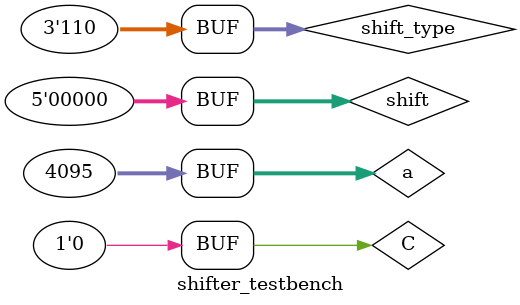
<source format=v>
module shifter
(shift_type, //bits 654 of instruction (specifies address, not actual register)
a, //Rm: bits 3210
shift, //amount to shift by: bits 11
b, //shifted Rm
carry
);
input wire [2:0] shift_type; //bits 654 of instruction (specifies address, not actual register)
input wire signed [31:0] a;//Rm: bits 3210
input wire [4:0] shift; //amount to shift by: bits 11
output reg signed [31:0] b; //shifted Rm
output reg carry;

always @* begin
	case (shift_type)
	3'b000: begin //logical shift left by immediate
		if (shift == 0) begin
			b = a;
			carry = 1'b0;
		end else begin
			b = a << shift;
			carry = a[32 - shift];
		end
	end
	3'b010: begin //logical shift right by immediate
		if (shift == 0) begin //shift by 32: output is 0
			b = 0;
			carry = a[31];
		end else begin
			b = a >> shift;
			carry = a[shift - 1];
		end
	end
	3'b100: begin //arithmetic shift right by immediate
		if (shift == 0) begin
			if (a[31] == 0) begin
				b = 0;
				carry = a[31];
			end else begin
				b = 32'hFFFFFFFF;
				carry = a[31];
			end
		end else begin
			b = a >>> shift;
			carry = a[shift - 1];
		end
	end
	3'b110: begin //rotate right by immediate
		if (shift == 0) begin
			b = a >> 1'b1;
			carry = a[0];
		end else begin
		case (shift)
			5'b00001: b = {a[0], a[31:1]};
			5'b00010: b = {a[1:0], a[31:2]};
			5'b00011: b = {a[2:0], a[31:3]};
			5'b00100: b = {a[3:0], a[31:4]};
			5'b00101: b = {a[4:0], a[31:5]}; //5
			5'b00110: b = {a[5:0], a[31:6]};
			5'b00111: b = {a[6:0], a[31:7]};
			5'b01000: b = {a[7:0], a[31:8]};
			5'b01001: b = {a[8:0], a[31:9]};
			5'b01010: b = {a[9:0], a[31:10]}; //10
			5'b01011: b = {a[10:0], a[31:11]};
			5'b01100: b = {a[11:0], a[31:12]};
			5'b01101: b = {a[12:0], a[31:13]};
			5'b01110: b = {a[13:0], a[31:14]};
			5'b01111: b = {a[14:0], a[31:15]}; //15
			5'b10000: b = {a[15:0], a[31:16]};
			5'b10001: b = {a[16:0], a[31:17]};
			5'b10010: b = {a[17:0], a[31:18]};
			5'b10011: b = {a[18:0], a[31:19]};
			5'b10100: b = {a[19:0], a[31:20]}; //20
			5'b10101: b = {a[20:0], a[31:21]};
			5'b10110: b = {a[21:0], a[31:22]};
			5'b10111: b = {a[22:0], a[31:23]};
			5'b11000: b = {a[23:0], a[31:24]};
			5'b11001: b = {a[24:0], a[31:25]}; //25
			5'b11010: b = {a[25:0], a[31:26]};
			5'b11011: b = {a[26:0], a[31:27]};
			5'b11100: b = {a[27:0], a[31:28]};
			5'b11101: b = {a[28:0], a[31:29]};
			5'b11110: b = {a[29:0], a[31:30]}; //30
			5'b11111: b = {a[30:0], a[31]};
			endcase
			carry <= a[shift - 1];
		end
	end
	default: b <= a;
	endcase
end
endmodule

module shifter_testbench();
// Inputs
reg [2:0] shift_type;
reg [31:0] a;
reg [4:0] shift;
reg C;

// Outputs
wire [31:0] b;
wire carry;

shifter dut (
  .shift_type(shift_type),
  .a(a),
  .shift(shift),
  .C(C),
  .b(b),
  .carry(carry)
);

initial begin
	//shift left by immediate
	shift_type <= 3'b000; a <= 32'hFFFFFFFF; shift <= 5'b00001; C <= 0; #10;
	shift <= 5'b11111; #10;
	shift <= 5'b00000; #10;
	//shift right by immediate
	shift_type <= 3'b010; a <= 32'hFFFFFFFF; shift <= 5'b00001; C <= 0; #10;
	shift <= 5'b11111; a <= 32'h80000FFF; #10;
	shift <= 5'b00000; #10;
	//arithmetic shift right by immediate
	shift_type <= 3'b100; a <= 32'hFF0000FF; shift <= 5'b10000; C <= 0; #10;
	shift <= 5'b11111; a <= 32'h80000FFF; #10;
	shift <= 5'b00000; #10;
	//rotate right by immediate
	shift_type <= 3'b110; a <= 32'hFFF000FF; shift <= 5'b10000; C <= 0; #10;
	shift <= 5'b11111; a <= 32'h00000FFF; #10;
	shift <= 5'b00000; #10;

end
endmodule

</source>
